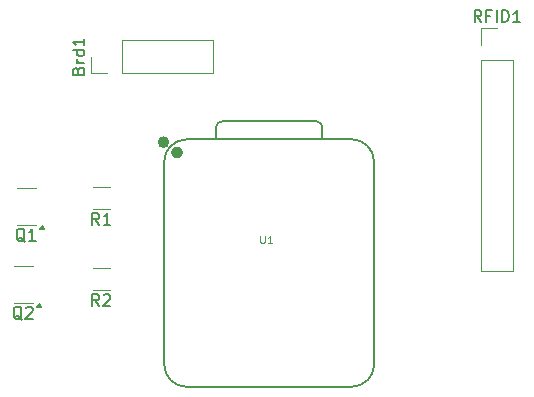
<source format=gbr>
%TF.GenerationSoftware,KiCad,Pcbnew,9.0.2*%
%TF.CreationDate,2025-08-18T15:59:43+02:00*%
%TF.ProjectId,esp32c6-charger,65737033-3263-4362-9d63-686172676572,rev?*%
%TF.SameCoordinates,Original*%
%TF.FileFunction,Legend,Top*%
%TF.FilePolarity,Positive*%
%FSLAX46Y46*%
G04 Gerber Fmt 4.6, Leading zero omitted, Abs format (unit mm)*
G04 Created by KiCad (PCBNEW 9.0.2) date 2025-08-18 15:59:43*
%MOMM*%
%LPD*%
G01*
G04 APERTURE LIST*
%ADD10C,0.150000*%
%ADD11C,0.101600*%
%ADD12C,0.120000*%
%ADD13C,0.127000*%
%ADD14C,0.100000*%
%ADD15C,0.504000*%
G04 APERTURE END LIST*
D10*
X127087333Y-128268819D02*
X126754000Y-127792628D01*
X126515905Y-128268819D02*
X126515905Y-127268819D01*
X126515905Y-127268819D02*
X126896857Y-127268819D01*
X126896857Y-127268819D02*
X126992095Y-127316438D01*
X126992095Y-127316438D02*
X127039714Y-127364057D01*
X127039714Y-127364057D02*
X127087333Y-127459295D01*
X127087333Y-127459295D02*
X127087333Y-127602152D01*
X127087333Y-127602152D02*
X127039714Y-127697390D01*
X127039714Y-127697390D02*
X126992095Y-127745009D01*
X126992095Y-127745009D02*
X126896857Y-127792628D01*
X126896857Y-127792628D02*
X126515905Y-127792628D01*
X127468286Y-127364057D02*
X127515905Y-127316438D01*
X127515905Y-127316438D02*
X127611143Y-127268819D01*
X127611143Y-127268819D02*
X127849238Y-127268819D01*
X127849238Y-127268819D02*
X127944476Y-127316438D01*
X127944476Y-127316438D02*
X127992095Y-127364057D01*
X127992095Y-127364057D02*
X128039714Y-127459295D01*
X128039714Y-127459295D02*
X128039714Y-127554533D01*
X128039714Y-127554533D02*
X127992095Y-127697390D01*
X127992095Y-127697390D02*
X127420667Y-128268819D01*
X127420667Y-128268819D02*
X128039714Y-128268819D01*
X127087333Y-121410819D02*
X126754000Y-120934628D01*
X126515905Y-121410819D02*
X126515905Y-120410819D01*
X126515905Y-120410819D02*
X126896857Y-120410819D01*
X126896857Y-120410819D02*
X126992095Y-120458438D01*
X126992095Y-120458438D02*
X127039714Y-120506057D01*
X127039714Y-120506057D02*
X127087333Y-120601295D01*
X127087333Y-120601295D02*
X127087333Y-120744152D01*
X127087333Y-120744152D02*
X127039714Y-120839390D01*
X127039714Y-120839390D02*
X126992095Y-120887009D01*
X126992095Y-120887009D02*
X126896857Y-120934628D01*
X126896857Y-120934628D02*
X126515905Y-120934628D01*
X128039714Y-121410819D02*
X127468286Y-121410819D01*
X127754000Y-121410819D02*
X127754000Y-120410819D01*
X127754000Y-120410819D02*
X127658762Y-120553676D01*
X127658762Y-120553676D02*
X127563524Y-120648914D01*
X127563524Y-120648914D02*
X127468286Y-120696533D01*
X120554761Y-129442057D02*
X120459523Y-129394438D01*
X120459523Y-129394438D02*
X120364285Y-129299200D01*
X120364285Y-129299200D02*
X120221428Y-129156342D01*
X120221428Y-129156342D02*
X120126190Y-129108723D01*
X120126190Y-129108723D02*
X120030952Y-129108723D01*
X120078571Y-129346819D02*
X119983333Y-129299200D01*
X119983333Y-129299200D02*
X119888095Y-129203961D01*
X119888095Y-129203961D02*
X119840476Y-129013485D01*
X119840476Y-129013485D02*
X119840476Y-128680152D01*
X119840476Y-128680152D02*
X119888095Y-128489676D01*
X119888095Y-128489676D02*
X119983333Y-128394438D01*
X119983333Y-128394438D02*
X120078571Y-128346819D01*
X120078571Y-128346819D02*
X120269047Y-128346819D01*
X120269047Y-128346819D02*
X120364285Y-128394438D01*
X120364285Y-128394438D02*
X120459523Y-128489676D01*
X120459523Y-128489676D02*
X120507142Y-128680152D01*
X120507142Y-128680152D02*
X120507142Y-129013485D01*
X120507142Y-129013485D02*
X120459523Y-129203961D01*
X120459523Y-129203961D02*
X120364285Y-129299200D01*
X120364285Y-129299200D02*
X120269047Y-129346819D01*
X120269047Y-129346819D02*
X120078571Y-129346819D01*
X120888095Y-128442057D02*
X120935714Y-128394438D01*
X120935714Y-128394438D02*
X121030952Y-128346819D01*
X121030952Y-128346819D02*
X121269047Y-128346819D01*
X121269047Y-128346819D02*
X121364285Y-128394438D01*
X121364285Y-128394438D02*
X121411904Y-128442057D01*
X121411904Y-128442057D02*
X121459523Y-128537295D01*
X121459523Y-128537295D02*
X121459523Y-128632533D01*
X121459523Y-128632533D02*
X121411904Y-128775390D01*
X121411904Y-128775390D02*
X120840476Y-129346819D01*
X120840476Y-129346819D02*
X121459523Y-129346819D01*
X120808761Y-122838057D02*
X120713523Y-122790438D01*
X120713523Y-122790438D02*
X120618285Y-122695200D01*
X120618285Y-122695200D02*
X120475428Y-122552342D01*
X120475428Y-122552342D02*
X120380190Y-122504723D01*
X120380190Y-122504723D02*
X120284952Y-122504723D01*
X120332571Y-122742819D02*
X120237333Y-122695200D01*
X120237333Y-122695200D02*
X120142095Y-122599961D01*
X120142095Y-122599961D02*
X120094476Y-122409485D01*
X120094476Y-122409485D02*
X120094476Y-122076152D01*
X120094476Y-122076152D02*
X120142095Y-121885676D01*
X120142095Y-121885676D02*
X120237333Y-121790438D01*
X120237333Y-121790438D02*
X120332571Y-121742819D01*
X120332571Y-121742819D02*
X120523047Y-121742819D01*
X120523047Y-121742819D02*
X120618285Y-121790438D01*
X120618285Y-121790438D02*
X120713523Y-121885676D01*
X120713523Y-121885676D02*
X120761142Y-122076152D01*
X120761142Y-122076152D02*
X120761142Y-122409485D01*
X120761142Y-122409485D02*
X120713523Y-122599961D01*
X120713523Y-122599961D02*
X120618285Y-122695200D01*
X120618285Y-122695200D02*
X120523047Y-122742819D01*
X120523047Y-122742819D02*
X120332571Y-122742819D01*
X121713523Y-122742819D02*
X121142095Y-122742819D01*
X121427809Y-122742819D02*
X121427809Y-121742819D01*
X121427809Y-121742819D02*
X121332571Y-121885676D01*
X121332571Y-121885676D02*
X121237333Y-121980914D01*
X121237333Y-121980914D02*
X121142095Y-122028533D01*
D11*
X140740190Y-122335479D02*
X140740190Y-122849526D01*
X140740190Y-122849526D02*
X140770428Y-122910002D01*
X140770428Y-122910002D02*
X140800666Y-122940241D01*
X140800666Y-122940241D02*
X140861142Y-122970479D01*
X140861142Y-122970479D02*
X140982095Y-122970479D01*
X140982095Y-122970479D02*
X141042571Y-122940241D01*
X141042571Y-122940241D02*
X141072809Y-122910002D01*
X141072809Y-122910002D02*
X141103047Y-122849526D01*
X141103047Y-122849526D02*
X141103047Y-122335479D01*
X141738047Y-122970479D02*
X141375190Y-122970479D01*
X141556618Y-122970479D02*
X141556618Y-122335479D01*
X141556618Y-122335479D02*
X141496142Y-122426193D01*
X141496142Y-122426193D02*
X141435666Y-122486669D01*
X141435666Y-122486669D02*
X141375190Y-122516907D01*
D10*
X159448666Y-104246819D02*
X159115333Y-103770628D01*
X158877238Y-104246819D02*
X158877238Y-103246819D01*
X158877238Y-103246819D02*
X159258190Y-103246819D01*
X159258190Y-103246819D02*
X159353428Y-103294438D01*
X159353428Y-103294438D02*
X159401047Y-103342057D01*
X159401047Y-103342057D02*
X159448666Y-103437295D01*
X159448666Y-103437295D02*
X159448666Y-103580152D01*
X159448666Y-103580152D02*
X159401047Y-103675390D01*
X159401047Y-103675390D02*
X159353428Y-103723009D01*
X159353428Y-103723009D02*
X159258190Y-103770628D01*
X159258190Y-103770628D02*
X158877238Y-103770628D01*
X160210571Y-103723009D02*
X159877238Y-103723009D01*
X159877238Y-104246819D02*
X159877238Y-103246819D01*
X159877238Y-103246819D02*
X160353428Y-103246819D01*
X160734381Y-104246819D02*
X160734381Y-103246819D01*
X161210571Y-104246819D02*
X161210571Y-103246819D01*
X161210571Y-103246819D02*
X161448666Y-103246819D01*
X161448666Y-103246819D02*
X161591523Y-103294438D01*
X161591523Y-103294438D02*
X161686761Y-103389676D01*
X161686761Y-103389676D02*
X161734380Y-103484914D01*
X161734380Y-103484914D02*
X161781999Y-103675390D01*
X161781999Y-103675390D02*
X161781999Y-103818247D01*
X161781999Y-103818247D02*
X161734380Y-104008723D01*
X161734380Y-104008723D02*
X161686761Y-104103961D01*
X161686761Y-104103961D02*
X161591523Y-104199200D01*
X161591523Y-104199200D02*
X161448666Y-104246819D01*
X161448666Y-104246819D02*
X161210571Y-104246819D01*
X162734380Y-104246819D02*
X162162952Y-104246819D01*
X162448666Y-104246819D02*
X162448666Y-103246819D01*
X162448666Y-103246819D02*
X162353428Y-103389676D01*
X162353428Y-103389676D02*
X162258190Y-103484914D01*
X162258190Y-103484914D02*
X162162952Y-103532533D01*
X125313009Y-108354666D02*
X125360628Y-108211809D01*
X125360628Y-108211809D02*
X125408247Y-108164190D01*
X125408247Y-108164190D02*
X125503485Y-108116571D01*
X125503485Y-108116571D02*
X125646342Y-108116571D01*
X125646342Y-108116571D02*
X125741580Y-108164190D01*
X125741580Y-108164190D02*
X125789200Y-108211809D01*
X125789200Y-108211809D02*
X125836819Y-108307047D01*
X125836819Y-108307047D02*
X125836819Y-108687999D01*
X125836819Y-108687999D02*
X124836819Y-108687999D01*
X124836819Y-108687999D02*
X124836819Y-108354666D01*
X124836819Y-108354666D02*
X124884438Y-108259428D01*
X124884438Y-108259428D02*
X124932057Y-108211809D01*
X124932057Y-108211809D02*
X125027295Y-108164190D01*
X125027295Y-108164190D02*
X125122533Y-108164190D01*
X125122533Y-108164190D02*
X125217771Y-108211809D01*
X125217771Y-108211809D02*
X125265390Y-108259428D01*
X125265390Y-108259428D02*
X125313009Y-108354666D01*
X125313009Y-108354666D02*
X125313009Y-108687999D01*
X125836819Y-107687999D02*
X125170152Y-107687999D01*
X125360628Y-107687999D02*
X125265390Y-107640380D01*
X125265390Y-107640380D02*
X125217771Y-107592761D01*
X125217771Y-107592761D02*
X125170152Y-107497523D01*
X125170152Y-107497523D02*
X125170152Y-107402285D01*
X125836819Y-106640380D02*
X124836819Y-106640380D01*
X125789200Y-106640380D02*
X125836819Y-106735618D01*
X125836819Y-106735618D02*
X125836819Y-106926094D01*
X125836819Y-106926094D02*
X125789200Y-107021332D01*
X125789200Y-107021332D02*
X125741580Y-107068951D01*
X125741580Y-107068951D02*
X125646342Y-107116570D01*
X125646342Y-107116570D02*
X125360628Y-107116570D01*
X125360628Y-107116570D02*
X125265390Y-107068951D01*
X125265390Y-107068951D02*
X125217771Y-107021332D01*
X125217771Y-107021332D02*
X125170152Y-106926094D01*
X125170152Y-106926094D02*
X125170152Y-106735618D01*
X125170152Y-106735618D02*
X125217771Y-106640380D01*
X125836819Y-105640380D02*
X125836819Y-106211808D01*
X125836819Y-105926094D02*
X124836819Y-105926094D01*
X124836819Y-105926094D02*
X124979676Y-106021332D01*
X124979676Y-106021332D02*
X125074914Y-106116570D01*
X125074914Y-106116570D02*
X125122533Y-106211808D01*
D12*
%TO.C,R2*%
X127981064Y-126894000D02*
X126526936Y-126894000D01*
X127981064Y-125074000D02*
X126526936Y-125074000D01*
%TO.C,R1*%
X127981064Y-120036000D02*
X126526936Y-120036000D01*
X127981064Y-118216000D02*
X126526936Y-118216000D01*
%TO.C,Q2*%
X120650000Y-128052000D02*
X121450000Y-128052000D01*
X120650000Y-128052000D02*
X119850000Y-128052000D01*
X120650000Y-124932000D02*
X121450000Y-124932000D01*
X120650000Y-124932000D02*
X119850000Y-124932000D01*
X122190000Y-128332000D02*
X121710000Y-128332000D01*
X121950000Y-128002000D01*
X122190000Y-128332000D01*
G36*
X122190000Y-128332000D02*
G01*
X121710000Y-128332000D01*
X121950000Y-128002000D01*
X122190000Y-128332000D01*
G37*
%TO.C,Q1*%
X120904000Y-121448000D02*
X121704000Y-121448000D01*
X120904000Y-121448000D02*
X120104000Y-121448000D01*
X120904000Y-118328000D02*
X121704000Y-118328000D01*
X120904000Y-118328000D02*
X120104000Y-118328000D01*
X122444000Y-121728000D02*
X121964000Y-121728000D01*
X122204000Y-121398000D01*
X122444000Y-121728000D01*
G36*
X122444000Y-121728000D02*
G01*
X121964000Y-121728000D01*
X122204000Y-121398000D01*
X122444000Y-121728000D01*
G37*
D13*
%TO.C,U1*%
X132588000Y-133223000D02*
X132588000Y-116078000D01*
X134493000Y-135128000D02*
X148463000Y-135128000D01*
X136983000Y-114173000D02*
X136986728Y-113162728D01*
X137486728Y-112663000D02*
X145482000Y-112663000D01*
X145982000Y-113163000D02*
X145982000Y-114173000D01*
D14*
X148463000Y-114173000D02*
X134493000Y-114173000D01*
D13*
X148463000Y-114173000D02*
X134493000Y-114173000D01*
X150368000Y-133223000D02*
X150368000Y-116078000D01*
X132588000Y-116078000D02*
G75*
G02*
X134493000Y-114173000I1905001J-1D01*
G01*
X134493000Y-135128000D02*
G75*
G02*
X132588000Y-133223000I1J1905001D01*
G01*
X136986728Y-113162728D02*
G75*
G02*
X137486728Y-112663001I500018J-291D01*
G01*
X145482000Y-112663000D02*
G75*
G02*
X145982000Y-113163000I0J-500000D01*
G01*
X148463000Y-114173000D02*
G75*
G02*
X150368000Y-116078000I0J-1905000D01*
G01*
X150368000Y-133223000D02*
G75*
G02*
X148463000Y-135128000I-1905000J0D01*
G01*
D15*
X132780000Y-114414000D02*
G75*
G02*
X132276000Y-114414000I-252000J0D01*
G01*
X132276000Y-114414000D02*
G75*
G02*
X132780000Y-114414000I252000J0D01*
G01*
X133923000Y-115294000D02*
G75*
G02*
X133419000Y-115294000I-252000J0D01*
G01*
X133419000Y-115294000D02*
G75*
G02*
X133923000Y-115294000I252000J0D01*
G01*
D12*
%TO.C,RFID1*%
X159402000Y-104792000D02*
X160782000Y-104792000D01*
X159402000Y-106172000D02*
X159402000Y-104792000D01*
X159402000Y-107442000D02*
X159402000Y-125332000D01*
X159402000Y-107442000D02*
X162162000Y-107442000D01*
X159402000Y-125332000D02*
X162162000Y-125332000D01*
X162162000Y-107442000D02*
X162162000Y-125332000D01*
%TO.C,Brd1*%
X126382000Y-108568000D02*
X126382000Y-107188000D01*
X127762000Y-108568000D02*
X126382000Y-108568000D01*
X129032000Y-108568000D02*
X136762000Y-108568000D01*
X129032000Y-108568000D02*
X129032000Y-105808000D01*
X136762000Y-108568000D02*
X136762000Y-105808000D01*
X129032000Y-105808000D02*
X136762000Y-105808000D01*
%TD*%
M02*

</source>
